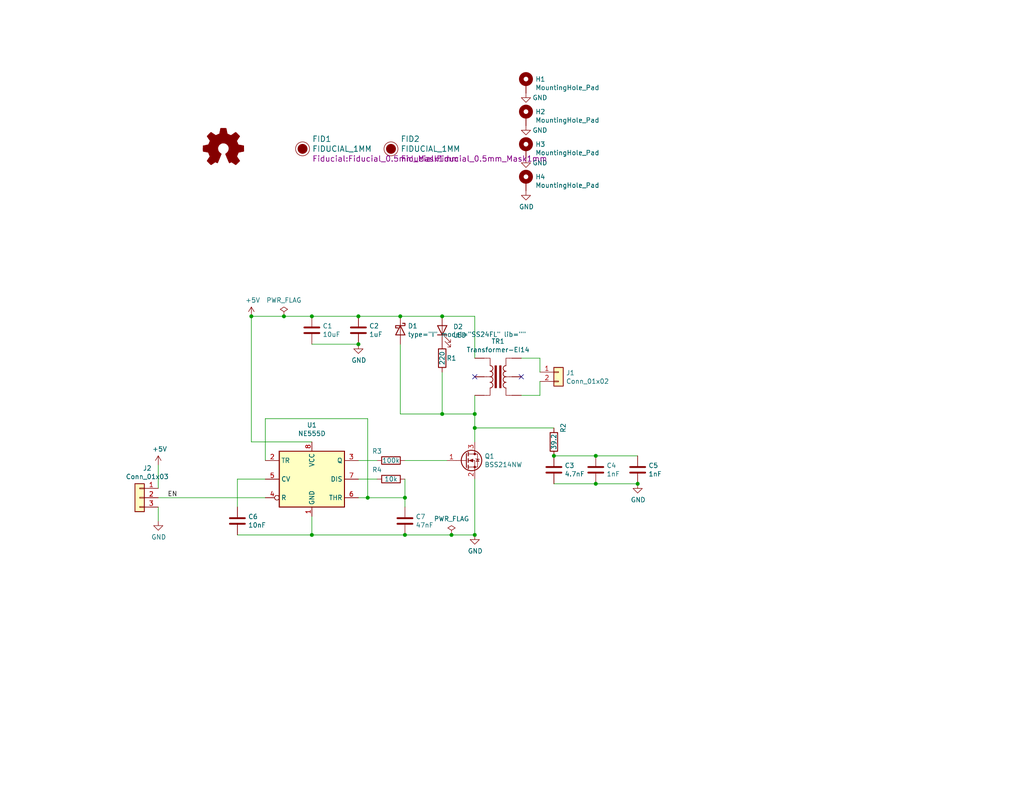
<source format=kicad_sch>
(kicad_sch (version 20230121) (generator eeschema)
  (paper "USLetter")
  (title_block (title "EL Driver") (date "2020-12-26") (rev "2.0.0") (company "Copyright © 2020, Aaron Williams"))
  (lib_symbols
    (symbol "Connector_Generic:Conn_01x02" (pin_names (offset 1.016) hide)
      (property "Reference" "J" (at 0 2.54 0))
      (property "Value" "Conn_01x02" (at 0 -5.08 0))
      (symbol "Conn_01x02_1_1"
        (rectangle (start -1.27 -2.413) (end 0 -2.667) (stroke (width 0.1524)))
        (rectangle (start -1.27 0.127) (end 0 -0.127) (stroke (width 0.1524)))
        (rectangle (start -1.27 1.27) (end 1.27 -3.81) (stroke (width 0.254)) (fill (type background)))
        (pin passive line (at -5.08 0 0) (length 3.81) (name "Pin_1") (number "1"))
        (pin passive line (at -5.08 -2.54 0) (length 3.81) (name "Pin_2") (number "2"))
      )
    )
    (symbol "Connector_Generic:Conn_01x03" (pin_names (offset 1.016) hide)
      (property "Reference" "J" (at 0 5.08 0))
      (property "Value" "Conn_01x03" (at 0 -5.08 0))
      (symbol "Conn_01x03_1_1"
        (rectangle (start -1.27 -2.413) (end 0 -2.667) (stroke (width 0.1524)))
        (rectangle (start -1.27 0.127) (end 0 -0.127) (stroke (width 0.1524)))
        (rectangle (start -1.27 2.667) (end 0 2.413) (stroke (width 0.1524)))
        (rectangle (start -1.27 3.81) (end 1.27 -3.81) (stroke (width 0.254)) (fill (type background)))
        (pin passive line (at -5.08 2.54 0) (length 3.81) (name "Pin_1") (number "1"))
        (pin passive line (at -5.08 0 0) (length 3.81) (name "Pin_2") (number "2"))
        (pin passive line (at -5.08 -2.54 0) (length 3.81) (name "Pin_3") (number "3"))
      )
    )
    (symbol "Device:C" (pin_numbers hide) (pin_names (offset 0.254))
      (property "Reference" "C" (at 0.635 2.54 0))
      (property "Value" "C" (at 0.635 -2.54 0))
      (symbol "C_0_1"
        (polyline (pts (xy -2.032 -0.762) (xy 2.032 -0.762)) (stroke (width 0.508)))
        (polyline (pts (xy -2.032 0.762) (xy 2.032 0.762)) (stroke (width 0.508)))
      )
      (symbol "C_1_1"
        (pin passive line (at 0 3.81 270) (length 2.794) (name "~") (number "1"))
        (pin passive line (at 0 -3.81 90) (length 2.794) (name "~") (number "2"))
      )
    )
    (symbol "Device:LED" (pin_numbers hide) (pin_names (offset 1.016) hide)
      (property "Reference" "D" (at 0 2.54 0))
      (property "Value" "LED" (at 0 -2.54 0))
      (symbol "LED_0_1"
        (polyline (pts (xy -1.27 -1.27) (xy -1.27 1.27)) (stroke (width 0.254)))
        (polyline (pts (xy -1.27 0) (xy 1.27 0)))
        (polyline (pts (xy 1.27 -1.27) (xy 1.27 1.27) (xy -1.27 0) (xy 1.27 -1.27)) (stroke (width 0.254)))
        (polyline (pts (xy -3.048 -0.762) (xy -4.572 -2.286) (xy -3.81 -2.286) (xy -4.572 -2.286) (xy -4.572 -1.524)))
        (polyline (pts (xy -1.778 -0.762) (xy -3.302 -2.286) (xy -2.54 -2.286) (xy -3.302 -2.286) (xy -3.302 -1.524)))
      )
      (symbol "LED_1_1"
        (pin passive line (at -3.81 0 0) (length 2.54) (name "K") (number "1"))
        (pin passive line (at 3.81 0 180) (length 2.54) (name "A") (number "2"))
      )
    )
    (symbol "Device:R" (pin_numbers hide) (pin_names (offset 0))
      (property "Reference" "R" (at 2.032 0 90))
      (property "Value" "R" (at 0 0 90))
      (symbol "R_0_1"
        (rectangle (start -1.016 -2.54) (end 1.016 2.54) (stroke (width 0.254)))
      )
      (symbol "R_1_1"
        (pin passive line (at 0 3.81 270) (length 1.27) (name "~") (number "1"))
        (pin passive line (at 0 -3.81 90) (length 1.27) (name "~") (number "2"))
      )
    )
    (symbol "Graphic:Logo_Open_Hardware_Small" (in_bom no) (on_board no)
      (symbol "Logo_Open_Hardware_Small_0_1"
        (polyline (pts (xy 3.3528 -4.3434) (xy 3.302 -4.318) (xy 3.175 -4.2418) (xy 2.9972 -4.1148) (xy 2.7686 -3.9624) (xy 2.54 -3.81) (xy 2.3622 -3.7084) (xy 2.2352 -3.6068) (xy 2.1844 -3.5814) (xy 2.159 -3.6068) (xy 2.0574 -3.6576) (xy 1.905 -3.7338) (xy 1.8034 -3.7846) (xy 1.6764 -3.8354) (xy 1.6002 -3.8354) (xy 1.6002 -3.8354) (xy 1.5494 -3.7338) (xy 1.4732 -3.5306) (xy 1.3462 -3.302) (xy 1.2446 -3.0226) (xy 1.1176 -2.7178) (xy 0.9652 -2.413) (xy 0.8636 -2.1082) (xy 0.7366 -1.8288) (xy 0.6604 -1.6256) (xy 0.6096 -1.4732) (xy 0.5842 -1.397) (xy 0.5842 -1.397) (xy 0.6604 -1.3208) (xy 0.7874 -1.2446) (xy 1.0414 -1.016) (xy 1.2954 -0.6858) (xy 1.4478 -0.3302) (xy 1.524 0.0762) (xy 1.4732 0.4572) (xy 1.3208 0.8128) (xy 1.0668 1.143) (xy 0.762 1.3716) (xy 0.4064 1.524) (xy 0 1.5748) (xy -0.381 1.5494) (xy -0.7366 1.397) (xy -1.0668 1.143) (xy -1.2192 0.9906) (xy -1.397 0.6604) (xy -1.524 0.3048) (xy -1.524 0.2286) (xy -1.4986 -0.1778) (xy -1.397 -0.5334) (xy -1.1938 -0.8636) (xy -0.9144 -1.143) (xy -0.8636 -1.1684) (xy -0.7366 -1.27) (xy -0.635 -1.3462) (xy -0.5842 -1.397) (xy -1.0668 -2.5908) (xy -1.143 -2.794) (xy -1.2954 -3.1242) (xy -1.397 -3.4036) (xy -1.4986 -3.6322) (xy -1.5748 -3.7846) (xy -1.6002 -3.8354) (xy -1.6002 -3.8354) (xy -1.651 -3.8354) (xy -1.7272 -3.81) (xy -1.905 -3.7338) (xy -2.0066 -3.683) (xy -2.1336 -3.6068) (xy -2.2098 -3.5814) (xy -2.2606 -3.6068) (xy -2.3622 -3.683) (xy -2.54 -3.81) (xy -2.7686 -3.9624) (xy -2.9718 -4.0894) (xy -3.1496 -4.2164) (xy -3.302 -4.318) (xy -3.3528 -4.3434) (xy -3.3782 -4.3434) (xy -3.429 -4.318) (xy -3.5306 -4.2164) (xy -3.7084 -4.064) (xy -3.937 -3.8354) (xy -3.9624 -3.81) (xy -4.1656 -3.6068) (xy -4.318 -3.4544) (xy -4.4196 -3.3274) (xy -4.445 -3.2766) (xy -4.445 -3.2766) (xy -4.4196 -3.2258) (xy -4.318 -3.0734) (xy -4.2164 -2.8956) (xy -4.064 -2.667) (xy -3.6576 -2.0828) (xy -3.8862 -1.5494) (xy -3.937 -1.3716) (xy -4.0386 -1.1684) (xy -4.0894 -1.0414) (xy -4.1148 -0.9652) (xy -4.191 -0.9398) (xy -4.318 -0.9144) (xy -4.5466 -0.8636) (xy -4.8006 -0.8128) (xy -5.0546 -0.7874) (xy -5.2578 -0.7366) (xy -5.4356 -0.7112) (xy -5.5118 -0.6858) (xy -5.5118 -0.6858) (xy -5.5372 -0.635) (xy -5.5372 -0.5588) (xy -5.5372 -0.4318) (xy -5.5626 -0.2286) (xy -5.5626 0.0762) (xy -5.5626 0.127) (xy -5.5372 0.4064) (xy -5.5372 0.635) (xy -5.5372 0.762) (xy -5.5372 0.8382) (xy -5.5372 0.8382) (xy -5.461 0.8382) (xy -5.3086 0.889) (xy -5.08 0.9144) (xy -4.826 0.9652) (xy -4.8006 0.9906) (xy -4.5466 1.0414) (xy -4.318 1.0668) (xy -4.1656 1.1176) (xy -4.0894 1.143) (xy -4.0894 1.143) (xy -4.0386 1.2446) (xy -3.9624 1.4224) (xy -3.8608 1.6256) (xy -3.7846 1.8288) (xy -3.7084 2.0066) (xy -3.6576 2.159) (xy -3.6322 2.2098) (xy -3.6322 2.2098) (xy -3.683 2.286) (xy -3.7592 2.413) (xy -3.8862 2.5908) (xy -4.064 2.8194) (xy -4.064 2.8448) (xy -4.2164 3.0734) (xy -4.3434 3.2512) (xy -4.4196 3.3782) (xy -4.445 3.4544) (xy -4.445 3.4544) (xy -4.3942 3.5052) (xy -4.2926 3.6322) (xy -4.1148 3.81) (xy -3.937 4.0132) (xy -3.8608 4.064) (xy -3.6576 4.2926) (xy -3.5052 4.4196) (xy -3.4036 4.4958) (xy -3.3528 4.5212) (xy -3.3528 4.5212) (xy -3.302 4.4704) (xy -3.1496 4.3688) (xy -2.9718 4.2418) (xy -2.7432 4.0894) (xy -2.7178 4.0894) (xy -2.4892 3.937) (xy -2.3114 3.81) (xy -2.1844 3.7084) (xy -2.1336 3.683) (xy -2.1082 3.683) (xy -2.032 3.7084) (xy -1.8542 3.7592) (xy -1.6764 3.8354) (xy -1.4732 3.937) (xy -1.27 4.0132) (xy -1.143 4.064) (xy -1.0668 4.1148) (xy -1.0668 4.1148) (xy -1.0414 4.191) (xy -1.016 4.3434) (xy -0.9652 4.572) (xy -0.9144 4.8514) (xy -0.889 4.9022) (xy -0.8382 5.1562) (xy -0.8128 5.3848) (xy -0.7874 5.5372) (xy -0.762 5.588) (xy -0.7112 5.6134) (xy -0.5842 5.6134) (xy -0.4064 5.6134) (xy -0.1524 5.6134) (xy 0.0762 5.6134) (xy 0.3302 5.6134) (xy 0.5334 5.6134) (xy 0.6858 5.588) (xy 0.7366 5.588) (xy 0.7366 5.588) (xy 0.762 5.5118) (xy 0.8128 5.334) (xy 0.8382 5.1054) (xy 0.9144 4.826) (xy 0.9144 4.7752) (xy 0.9652 4.5212) (xy 1.016 4.2926) (xy 1.0414 4.1402) (xy 1.0668 4.0894) (xy 1.0668 4.0894) (xy 1.1938 4.0386) (xy 1.3716 3.9624) (xy 1.5748 3.8608) (xy 2.0828 3.6576) (xy 2.7178 4.0894) (xy 2.7686 4.1402) (xy 2.9972 4.2926) (xy 3.175 4.4196) (xy 3.302 4.4958) (xy 3.3782 4.5212) (xy 3.3782 4.5212) (xy 3.429 4.4704) (xy 3.556 4.3434) (xy 3.7338 4.191) (xy 3.9116 3.9878) (xy 4.064 3.8354) (xy 4.2418 3.6576) (xy 4.3434 3.556) (xy 4.4196 3.4798) (xy 4.4196 3.429) (xy 4.4196 3.4036) (xy 4.3942 3.3274) (xy 4.2926 3.2004) (xy 4.1656 2.9972) (xy 4.0132 2.794) (xy 3.8862 2.5908) (xy 3.7592 2.3876) (xy 3.6576 2.2352) (xy 3.6322 2.159) (xy 3.6322 2.1336) (xy 3.683 2.0066) (xy 3.7592 1.8288) (xy 3.8608 1.6002) (xy 4.064 1.1176) (xy 4.3942 1.0414) (xy 4.5974 1.016) (xy 4.8768 0.9652) (xy 5.1308 0.9144) (xy 5.5372 0.8382) (xy 5.5626 -0.6604) (xy 5.4864 -0.6858) (xy 5.4356 -0.6858) (xy 5.2832 -0.7366) (xy 5.0546 -0.762) (xy 4.8006 -0.8128) (xy 4.5974 -0.8636) (xy 4.3688 -0.9144) (xy 4.2164 -0.9398) (xy 4.1402 -0.9398) (xy 4.1148 -0.9652) (xy 4.064 -1.0668) (xy 3.9878 -1.2446) (xy 3.9116 -1.4478) (xy 3.81 -1.651) (xy 3.7338 -1.8542) (xy 3.683 -2.0066) (xy 3.6576 -2.0828) (xy 3.683 -2.1336) (xy 3.7846 -2.2606) (xy 3.8862 -2.4638) (xy 4.0386 -2.667) (xy 4.191 -2.8956) (xy 4.318 -3.0734) (xy 4.3942 -3.2004) (xy 4.445 -3.2766) (xy 4.4196 -3.3274) (xy 4.3434 -3.429) (xy 4.1656 -3.5814) (xy 3.937 -3.8354) (xy 3.8862 -3.8608) (xy 3.683 -4.064) (xy 3.5306 -4.2164) (xy 3.4036 -4.318) (xy 3.3528 -4.3434)) (fill (type outline)))
      )
    )
    (symbol "Mechanical:MountingHole_Pad" (pin_numbers hide) (pin_names (offset 1.016) hide)
      (property "Reference" "H" (at 0 6.35 0))
      (property "Value" "MountingHole_Pad" (at 0 4.445 0))
      (symbol "MountingHole_Pad_0_1"
        (circle (center 0 1.27) (radius 1.27) (stroke (width 1.27)))
      )
      (symbol "MountingHole_Pad_1_1"
        (pin input line (at 0 -2.54 90) (length 2.54) (name "1") (number "1"))
      )
    )
    (symbol "Timer:NE555D"
      (property "Reference" "U" (at -10.16 8.89 0))
      (property "Value" "NE555D" (at 2.54 8.89 0))
      (symbol "NE555D_0_0"
        (pin power_in line (at 0 -10.16 90) (length 2.54) (name "GND") (number "1"))
        (pin power_in line (at 0 10.16 270) (length 2.54) (name "VCC") (number "8"))
      )
      (symbol "NE555D_0_1"
        (rectangle (start -8.89 -7.62) (end 8.89 7.62) (stroke (width 0.254)) (fill (type background)))
        (rectangle (start -8.89 -7.62) (end 8.89 7.62) (stroke (width 0.254)) (fill (type background)))
      )
      (symbol "NE555D_1_1"
        (pin input line (at -12.7 5.08 0) (length 3.81) (name "TR") (number "2"))
        (pin output line (at 12.7 5.08 180) (length 3.81) (name "Q") (number "3"))
        (pin input inverted (at -12.7 -5.08 0) (length 3.81) (name "R") (number "4"))
        (pin input line (at -12.7 0 0) (length 3.81) (name "CV") (number "5"))
        (pin input line (at 12.7 -5.08 180) (length 3.81) (name "THR") (number "6"))
        (pin input line (at 12.7 0 180) (length 3.81) (name "DIS") (number "7"))
      )
    )
    (symbol "Transistor_FET:BSS214NW" (pin_names hide)
      (property "Reference" "Q" (at 5.08 1.905 0))
      (property "Value" "BSS214NW" (at 5.08 0 0))
      (symbol "BSS214NW_0_1"
        (polyline (pts (xy 0.254 0) (xy -2.54 0)))
        (polyline (pts (xy 0.254 1.905) (xy 0.254 -1.905)) (stroke (width 0.254)))
        (polyline (pts (xy 0.762 -1.27) (xy 0.762 -2.286)) (stroke (width 0.254)))
        (polyline (pts (xy 0.762 0.508) (xy 0.762 -0.508)) (stroke (width 0.254)))
        (polyline (pts (xy 0.762 2.286) (xy 0.762 1.27)) (stroke (width 0.254)))
        (polyline (pts (xy 2.54 2.54) (xy 2.54 1.778)))
        (polyline (pts (xy 2.54 -2.54) (xy 2.54 0) (xy 0.762 0)))
        (polyline (pts (xy 0.762 -1.778) (xy 3.302 -1.778) (xy 3.302 1.778) (xy 0.762 1.778)))
        (polyline (pts (xy 1.016 0) (xy 2.032 0.381) (xy 2.032 -0.381) (xy 1.016 0)) (fill (type outline)))
        (polyline (pts (xy 2.794 0.508) (xy 2.921 0.381) (xy 3.683 0.381) (xy 3.81 0.254)))
        (polyline (pts (xy 3.302 0.381) (xy 2.921 -0.254) (xy 3.683 -0.254) (xy 3.302 0.381)))
        (circle (center 1.651 0) (radius 2.794) (stroke (width 0.254)))
        (circle (center 2.54 -1.778) (radius 0.254) (fill (type outline)))
        (circle (center 2.54 1.778) (radius 0.254) (fill (type outline)))
      )
      (symbol "BSS214NW_1_1"
        (pin input line (at -5.08 0 0) (length 2.54) (name "G") (number "1"))
        (pin passive line (at 2.54 -5.08 90) (length 2.54) (name "S") (number "2"))
        (pin passive line (at 2.54 5.08 270) (length 2.54) (name "D") (number "3"))
      )
    )
    (symbol "el-driver-rescue:FIDUCIAL_1MM-fiducial" (pin_names (offset 1.016))
      (property "Reference" "FID" (at 0 3.175 0))
      (property "Value" "fiducial_FIDUCIAL_1MM" (at 0 -3.175 0))
      (symbol "FIDUCIAL_1MM-fiducial_0_1"
        (circle (center 0 0) (radius 1.27) (fill (type outline)))
        (circle (center 0 0) (radius 1.905))
      )
    )
    (symbol "el-driver-rescue:SS24FL-Aaron" (pin_numbers hide) (pin_names (offset 1.016) hide)
      (property "Reference" "D" (at 0 2.54 0))
      (property "Value" "${SIM.PARAMS}" (at 0 -2.54 0))
      (symbol "SS24FL-Aaron_0_1"
        (polyline (pts (xy 1.27 0) (xy -1.27 0)))
        (polyline (pts (xy 1.27 1.27) (xy 1.27 -1.27) (xy -1.27 0) (xy 1.27 1.27)) (stroke (width 0.254)))
        (polyline (pts (xy -1.905 0.635) (xy -1.905 1.27) (xy -1.27 1.27) (xy -1.27 -1.27) (xy -0.635 -1.27) (xy -0.635 -0.635)) (stroke (width 0.254)))
      )
      (symbol "SS24FL-Aaron_1_1"
        (pin passive line (at -3.81 0 0) (length 2.54) (name "K") (number "1"))
        (pin passive line (at 3.81 0 180) (length 2.54) (name "A") (number "2"))
      )
    )
    (symbol "el-driver-rescue:Transformer-EI14-Aaron" (pin_numbers hide) (pin_names (offset 0))
      (property "Reference" "TR" (at 0 6.35 0))
      (property "Value" "Aaron_Transformer-EI14" (at 0 -6.35 0))
      (symbol "Transformer-EI14-Aaron_0_1"
        (arc (start -2.159 -3.048) (mid -1.4003 -2.286) (end -2.159 -1.524) (stroke (width 0.2032)))
        (arc (start -2.159 -1.524) (mid -1.4003 -0.762) (end -2.159 0) (stroke (width 0.2032)))
        (arc (start -2.159 0) (mid -1.4003 0.762) (end -2.159 1.524) (stroke (width 0.2032)))
        (arc (start -2.159 1.524) (mid -1.4003 2.286) (end -2.159 3.048) (stroke (width 0.2032)))
        (rectangle (start -0.889 3.048) (end -0.381 -3.048) (stroke (width 0.0254)) (fill (type outline)))
        (polyline (pts (xy -3.81 0) (xy -3.175 0)))
        (polyline (pts (xy -3.81 5.08) (xy -3.175 5.08)))
        (polyline (pts (xy -3.175 -5.08) (xy -3.81 -5.08)))
        (polyline (pts (xy 3.175 -5.08) (xy 3.81 -5.08)))
        (polyline (pts (xy 3.81 0) (xy 3.175 0)))
        (polyline (pts (xy 3.81 5.08) (xy 3.175 5.08)))
        (polyline (pts (xy -2.159 0) (xy -3.175 0) (xy -3.175 0)) (fill (type outline)))
        (polyline (pts (xy 2.159 0) (xy 3.175 0) (xy 3.175 0)) (fill (type outline)))
        (polyline (pts (xy -3.175 5.08) (xy -2.159 5.08) (xy -2.159 3.048) (xy -2.159 3.048)) (stroke (width 0.1524)))
        (polyline (pts (xy -2.159 -3.048) (xy -2.159 -5.08) (xy -3.175 -5.08) (xy -3.175 -5.08)) (stroke (width 0.1524)))
        (polyline (pts (xy 2.159 3.048) (xy 2.159 5.08) (xy 3.175 5.08) (xy 3.175 5.08)) (stroke (width 0.1524)))
        (polyline (pts (xy 3.175 -5.08) (xy 2.159 -5.08) (xy 2.159 -3.048) (xy 2.159 -3.048)) (stroke (width 0.1524)))
        (arc (start 2.159 -1.524) (mid 1.4003 -2.286) (end 2.159 -3.048) (stroke (width 0.2032)))
        (arc (start 2.159 0) (mid 1.4003 -0.762) (end 2.159 -1.524) (stroke (width 0.2032)))
        (arc (start 2.159 1.524) (mid 1.4003 0.762) (end 2.159 0) (stroke (width 0.2032)))
        (arc (start 2.159 3.048) (mid 1.4003 2.286) (end 2.159 1.524) (stroke (width 0.2032)))
      )
      (symbol "Transformer-EI14-Aaron_1_1"
        (rectangle (start 0.381 3.048) (end 0.889 -3.048) (stroke (width 0.0254)) (fill (type outline)))
        (pin passive line (at -6.35 5.08 0) (length 2.54) (name "~") (number "1"))
        (pin passive line (at -6.35 0 0) (length 2.54) (name "~") (number "2"))
        (pin passive line (at -6.35 -5.08 0) (length 2.54) (name "~") (number "3"))
        (pin passive line (at 6.35 -5.08 180) (length 2.54) (name "~") (number "4"))
        (pin passive line (at 6.35 0 180) (length 2.54) (name "~") (number "5"))
        (pin passive line (at 6.35 5.08 180) (length 2.54) (name "~") (number "6"))
      )
    )
    (symbol "power:+5V" (power) (pin_names (offset 0))
      (property "Value" "+5V" (at 0 3.556 0))
      (symbol "+5V_0_1"
        (polyline (pts (xy -0.762 1.27) (xy 0 2.54)))
        (polyline (pts (xy 0 0) (xy 0 2.54)))
        (polyline (pts (xy 0 2.54) (xy 0.762 1.27)))
      )
      (symbol "+5V_1_1"
        (pin power_in line (at 0 0 90) (length 0) hide (name "+5V") (number "1"))
      )
    )
    (symbol "power:GND" (power) (pin_names (offset 0))
      (property "Value" "GND" (at 0 -3.81 0))
      (symbol "GND_0_1"
        (polyline (pts (xy 0 0) (xy 0 -1.27) (xy 1.27 -1.27) (xy 0 -2.54) (xy -1.27 -1.27) (xy 0 -1.27)))
      )
      (symbol "GND_1_1"
        (pin power_in line (at 0 0 270) (length 0) hide (name "GND") (number "1"))
      )
    )
    (symbol "power:PWR_FLAG" (power) (pin_numbers hide) (pin_names (offset 0) hide)
      (property "Value" "PWR_FLAG" (at 0 3.81 0))
      (symbol "PWR_FLAG_0_0"
        (pin power_out line (at 0 0 90) (length 0) (name "pwr") (number "1"))
      )
      (symbol "PWR_FLAG_0_1"
        (polyline (pts (xy 0 0) (xy 0 1.27) (xy -1.016 1.905) (xy 0 2.54) (xy 1.016 1.905) (xy 0 1.27)))
      )
    )
  )
  (junction (at 85.09 146.05))
  (junction (at 97.79 93.98))
  (junction (at 173.99 132.08))
  (junction (at 120.65 113.03))
  (junction (at 162.56 132.08))
  (junction (at 123.19 146.05))
  (junction (at 100.33 135.89))
  (junction (at 77.47 86.36))
  (junction (at 68.58 86.36))
  (junction (at 110.49 146.05))
  (junction (at 162.56 124.46))
  (junction (at 129.54 113.03))
  (junction (at 110.49 135.89))
  (junction (at 97.79 86.36))
  (junction (at 129.54 146.05))
  (junction (at 85.09 86.36))
  (junction (at 120.65 86.36))
  (junction (at 151.13 124.46))
  (junction (at 109.22 86.36))
  (junction (at 129.54 116.84))
  (no_connect (at 142.24 102.87))
  (no_connect (at 129.54 102.87))
  (wire (pts (xy 123.19 146.05) (xy 129.54 146.05)))
  (wire (pts (xy 97.79 86.36) (xy 85.09 86.36)))
  (wire (pts (xy 109.22 86.36) (xy 120.65 86.36)))
  (wire (pts (xy 110.49 130.81) (xy 110.49 135.89)))
  (wire (pts (xy 85.09 120.65) (xy 68.58 120.65)))
  (wire (pts (xy 151.13 124.46) (xy 162.56 124.46)))
  (wire (pts (xy 109.22 93.98) (xy 109.22 113.03)))
  (wire (pts (xy 151.13 116.84) (xy 129.54 116.84)))
  (wire (pts (xy 129.54 97.79) (xy 129.54 86.36)))
  (wire (pts (xy 147.32 97.79) (xy 142.24 97.79)))
  (wire (pts (xy 129.54 146.05) (xy 129.54 130.81)))
  (wire (pts (xy 43.18 135.89) (xy 72.39 135.89)))
  (wire (pts (xy 72.39 114.3) (xy 72.39 125.73)))
  (wire (pts (xy 151.13 132.08) (xy 162.56 132.08)))
  (wire (pts (xy 109.22 113.03) (xy 120.65 113.03)))
  (wire (pts (xy 43.18 142.24) (xy 43.18 138.43)))
  (wire (pts (xy 110.49 135.89) (xy 100.33 135.89)))
  (wire (pts (xy 147.32 104.14) (xy 147.32 107.95)))
  (wire (pts (xy 77.47 86.36) (xy 68.58 86.36)))
  (wire (pts (xy 129.54 116.84) (xy 129.54 113.03)))
  (wire (pts (xy 110.49 146.05) (xy 123.19 146.05)))
  (wire (pts (xy 68.58 86.36) (xy 68.58 120.65)))
  (wire (pts (xy 72.39 130.81) (xy 64.77 130.81)))
  (wire (pts (xy 100.33 135.89) (xy 97.79 135.89)))
  (wire (pts (xy 85.09 146.05) (xy 64.77 146.05)))
  (wire (pts (xy 129.54 116.84) (xy 129.54 120.65)))
  (wire (pts (xy 110.49 146.05) (xy 85.09 146.05)))
  (wire (pts (xy 85.09 146.05) (xy 85.09 140.97)))
  (wire (pts (xy 102.87 125.73) (xy 97.79 125.73)))
  (wire (pts (xy 85.09 86.36) (xy 77.47 86.36)))
  (wire (pts (xy 97.79 86.36) (xy 109.22 86.36)))
  (wire (pts (xy 147.32 107.95) (xy 142.24 107.95)))
  (wire (pts (xy 120.65 113.03) (xy 129.54 113.03)))
  (wire (pts (xy 100.33 135.89) (xy 100.33 114.3)))
  (wire (pts (xy 110.49 125.73) (xy 121.92 125.73)))
  (wire (pts (xy 64.77 130.81) (xy 64.77 138.43)))
  (wire (pts (xy 110.49 138.43) (xy 110.49 135.89)))
  (wire (pts (xy 129.54 113.03) (xy 129.54 107.95)))
  (wire (pts (xy 162.56 124.46) (xy 173.99 124.46)))
  (wire (pts (xy 100.33 114.3) (xy 72.39 114.3)))
  (wire (pts (xy 120.65 101.6) (xy 120.65 113.03)))
  (wire (pts (xy 43.18 133.35) (xy 43.18 127)))
  (wire (pts (xy 97.79 93.98) (xy 85.09 93.98)))
  (wire (pts (xy 147.32 101.6) (xy 147.32 97.79)))
  (wire (pts (xy 102.87 130.81) (xy 97.79 130.81)))
  (wire (pts (xy 162.56 132.08) (xy 173.99 132.08)))
  (wire (pts (xy 120.65 86.36) (xy 129.54 86.36)))
  (label "EN" (at 45.72 135.89 0))
  (symbol (lib_id "Timer:NE555D") (at 85.09 130.81 0) (unit 1)
    (property "Reference" "U1" (at 85.09 116.0526 0))
    (property "Value" "NE555D" (at 85.09 118.364 0))
    (property "Footprint" "Package_SO:SOIC-8_3.9x4.9mm_P1.27mm" (effects hide))
    (property "Datasheet" "http://www.ti.com/lit/ds/symlink/ne555.pdf" (effects hide))
    (property "MFR" "Texas Instruments" (effects hide))
    (property "MPN" "NE555D" (effects hide))
    (property "SPR" "Digikey" (effects hide))
    (property "SPN" "296-16792-ND" (effects hide))
    (property "SPURL" "https://www.digikey.com/en/products/detail/texas-instruments/NE555D/280641" (effects hide))
    (property "DESC" "555 Type, Timer/Oscillator (Single) IC 100kHz 8-SOIC" (effects hide))
  )
  (symbol (lib_id "Device:R") (at 106.68 130.81 90) (unit 1)
    (property "Reference" "R4" (at 102.87 128.27 90))
    (property "Value" "10k" (at 106.68 130.81 90))
    (property "Footprint" "Resistor_SMD:R_0603_1608Metric" (effects hide))
    (property "Datasheet" "http://www.koaspeer.com/pdfs/RK73H.pdf" (effects hide))
    (property "MFR" "KOA Speer Electronics, Inc." (effects hide))
    (property "MPN" "RK73H1JTTD1002F" (effects hide))
    (property "SPR" "Digikey" (effects hide))
    (property "SPN" "2019-RK73H1JTTD1002FCT-ND" (effects hide))
    (property "SPURL" "https://www.digikey.com/en/products/detail/koa-speer-electronics-inc/RK73H1JTTD1002F/9844954" (effects hide))
    (property "DESC" "10 kOhms ±1% 0.1W, 1/10W Chip Resistor 0603 (1608 Metric) Automotive AEC-Q200, Moisture Resistant Thick Film" (effects hide))
  )
  (symbol (lib_id "Device:C") (at 110.49 142.24 0) (unit 1)
    (property "Reference" "C7" (at 113.411 141.0716 0) (effects (justify left)))
    (property "Value" "47nF" (at 113.411 143.383 0) (effects (justify left)))
    (property "Footprint" "Capacitor_SMD:C_0603_1608Metric" (effects hide))
    (property "MFR" "-" (effects hide))
    (property "MPN" "-" (effects hide))
    (property "SPR" "-" (effects hide))
    (property "SPN" "-" (effects hide))
    (property "SPURL" "-" (effects hide))
    (property "DESC" "-" (effects hide))
  )
  (symbol (lib_id "Device:C") (at 64.77 142.24 0) (unit 1)
    (property "Reference" "C6" (at 67.691 141.0716 0) (effects (justify left)))
    (property "Value" "10nF" (at 67.691 143.383 0) (effects (justify left)))
    (property "Footprint" "Capacitor_SMD:C_0603_1608Metric" (effects hide))
    (property "Datasheet" "https://media.digikey.com/pdf/Data%20Sheets/Samsung%20PDFs/CL10B103KB8NNNC_Spec.pdf" (effects hide))
    (property "MFR" "Samsung Electro-Mechanics" (effects hide))
    (property "MPN" "CL10B103KB8NNNC" (effects hide))
    (property "SPR" "Digikey" (effects hide))
    (property "SPN" "1276-1009-1-ND" (effects hide))
    (property "SPURL" "https://www.digikey.com/en/products/detail/samsung-electro-mechanics/CL10B103KB8NNNC/3886667" (effects hide))
    (property "DESC" "10000pF ±10% 50V Ceramic Capacitor X7R 0603 (1608 Metric)" (effects hide))
  )
  (symbol (lib_id "power:GND") (at 129.54 146.05 0) (unit 1)
    (property "Reference" "#PWR010" (effects hide))
    (property "Value" "GND" (at 129.667 150.4442 0))
  )
  (symbol (lib_id "Transistor_FET:BSS214NW") (at 127 125.73 0) (unit 1)
    (property "Reference" "Q1" (at 132.1816 124.5616 0) (effects (justify left)))
    (property "Value" "BSS214NW" (at 132.1816 126.873 0) (effects (justify left)))
    (property "Footprint" "Package_TO_SOT_SMD:SOT-323_SC-70" (effects hide))
    (property "Datasheet" "https://www.infineon.com/dgdl/Infineon-BSS214NW-DS-v02_02-en.pdf?fileId=db3a30431b3e89eb011b695aebc01bde" (effects hide))
    (property "MFR" "Infineon" (effects hide))
    (property "MPN" "BSS214NWH6327XTSA1" (effects hide))
    (property "SPR" "Digikey" (effects hide))
    (property "SPN" "BSS214NWH6327XTSA1CT-ND" (effects hide))
    (property "SPURL" "https://www.digikey.com/en/products/detail/infineon-technologies/BSS214NWH6327XTSA1/5959965" (effects hide))
    (property "DESC" "N-Channel 20V 1.5A (Ta) 500mW (Ta) Surface Mount PG-SOT323-3" (effects hide))
  )
  (symbol (lib_id "Device:R") (at 106.68 125.73 90) (unit 1)
    (property "Reference" "R3" (at 102.87 123.19 90))
    (property "Value" "100k" (at 106.68 125.73 90))
    (property "Footprint" "Resistor_SMD:R_0603_1608Metric" (effects hide))
    (property "MFR" "TE" (effects hide))
    (property "MPN" "CRG0603F100K" (effects hide))
    (property "SPR" "Digikey" (effects hide))
    (property "SPN" "A106046CT-ND" (effects hide))
    (property "SPURL" "-" (effects hide))
    (property "DESC" "-" (effects hide))
  )
  (symbol (lib_id "Connector_Generic:Conn_01x03") (at 38.1 135.89 0) (mirror y) (unit 1)
    (property "Reference" "J2" (at 40.1828 127.8382 0))
    (property "Value" "Conn_01x03" (at 40.1828 130.1496 0))
    (property "Footprint" "Connector_JST:JST_PH_B3B-PH-K_1x03_P2.00mm_Vertical" (effects hide))
    (property "Datasheet" "http://www.jst-mfg.com/product/pdf/eng/ePH.pdf" (effects hide))
    (property "MFR" "JST Sales America Inc." (effects hide))
    (property "MPN" "B3B-PH-K-S(LF)(SN)" (effects hide))
    (property "SPR" "Digikey" (effects hide))
    (property "SPN" "455-1705-ND" (effects hide))
    (property "SPURL" "https://www.digikey.com/en/products/detail/jst-sales-america-inc/B3B-PH-K-S-LF-SN/926612" (effects hide))
    (property "DESC" "Connector Header Through Hole 3 position 0.079 (2.00mm)" (effects hide))
  )
  (symbol (lib_id "el-driver-rescue:SS24FL-Aaron") (at 109.22 90.17 270) (unit 1)
    (property "Reference" "D1" (at 111.252 89.0016 90) (effects (justify left)))
    (property "Value" "SS24FL" (at 111.252 91.313 90) (effects (justify left)))
    (property "Footprint" "Diode_SMD:D_SOD-123" (effects hide))
    (property "Datasheet" "https://www.onsemi.com/pub/Collateral/SS26FL-D.PDF" (effects hide))
    (property "MPN" "SS24FL" (effects hide))
    (property "Desc" "Diode Schottky 40V 2A Surface Mount SOD-123F" (effects hide))
    (property "Spice_Primitive" "I" (effects hide))
    (property "Spice_Netlist_Enabled" "Y" (effects hide))
    (property "MFR" "ON Semiconductor" (effects hide))
    (property "SPR" "Digikey" (effects hide))
    (property "SPN" "SS24FLCT-ND" (effects hide))
    (property "SPURL" "https://www.digikey.com/en/products/detail/on-semiconductor/SS24FL/5305066?s=N4IgTCBcDaIMpzAFgGIBkQF0C%2BQ" (effects hide))
    (property "DESC" "Diode Schottky 40V 2A Surface Mount SOD-123F" (effects hide))
  )
  (symbol (lib_id "power:+5V") (at 43.18 127 0) (unit 1)
    (property "Reference" "#PWR07" (effects hide))
    (property "Value" "+5V" (at 43.561 122.6058 0))
  )
  (symbol (lib_id "power:GND") (at 43.18 142.24 0) (unit 1)
    (property "Reference" "#PWR09" (effects hide))
    (property "Value" "GND" (at 43.307 146.6342 0))
  )
  (symbol (lib_id "Device:R") (at 151.13 120.65 0) (unit 1)
    (property "Reference" "R2" (at 153.67 116.84 90))
    (property "Value" "39.2" (at 151.13 120.65 90))
    (property "Footprint" "Resistor_SMD:R_0603_1608Metric" (effects hide))
    (property "Datasheet" "RES 39.2 OHM 1% 1/10W 0603" (effects hide))
    (property "MFR" "Stackpole Electronics Inc" (effects hide))
    (property "MPN" "RMCF0603FT39R2" (effects hide))
    (property "SPR" "Digikey" (effects hide))
    (property "SPN" "RMCF0603FT39R2CT-ND" (effects hide))
    (property "SPURL" "https://www.digikey.com/en/products/detail/stackpole-electronics-inc/RMCF0603FT39R2/1713978" (effects hide))
    (property "DESC" "RES 39.2 OHM 1% 1/10W 0603" (effects hide))
  )
  (symbol (lib_id "Connector_Generic:Conn_01x02") (at 152.4 101.6 0) (unit 1)
    (property "Reference" "J1" (at 154.432 101.8032 0) (effects (justify left)))
    (property "Value" "Conn_01x02" (at 154.432 104.1146 0) (effects (justify left)))
    (property "Footprint" "Connector_JST:JST_PH_B2B-PH-K_1x02_P2.00mm_Vertical" (effects hide))
    (property "Datasheet" "http://www.jst-mfg.com/product/pdf/eng/ePH.pdf" (effects hide))
    (property "MFR" "JST" (effects hide))
    (property "MPN" "B2B-PH-K-S(LF)(SN)" (effects hide))
    (property "SPR" "Digikey" (effects hide))
    (property "SPN" "455-1704-ND" (effects hide))
    (property "SPURL" "https://www.digikey.com/en/products/detail/jst-sales-america-inc/B2B-PH-K-S-LF-SN/926611" (effects hide))
    (property "DESC" "Connector Header Through Hole 2 position 0.079\" (2.00mm)" (effects hide))
  )
  (symbol (lib_id "Device:C") (at 151.13 128.27 0) (unit 1)
    (property "Reference" "C3" (at 154.051 127.1016 0) (effects (justify left)))
    (property "Value" "4.7nF" (at 154.051 129.413 0) (effects (justify left)))
    (property "Footprint" "Capacitor_SMD:C_0603_1608Metric" (effects hide))
    (property "Datasheet" "https://media.digikey.com/pdf/Data%20Sheets/Samsung%20PDFs/CL_Series_MLCC_ds.pdf" (effects hide))
    (property "MFR" "Samsung Electro-Mechanics" (effects hide))
    (property "MPN" "CL10B472KB8NNNC" (effects hide))
    (property "SPR" "Digikey" (effects hide))
    (property "SPN" "1276-1098-1-ND" (effects hide))
    (property "SPURL" "https://www.digikey.com/en/products/detail/samsung-electro-mechanics/CL10B472KB8NNNC/3886756" (effects hide))
    (property "DESC" "4700pF ±10% 50V Ceramic Capacitor X7R 0603 (1608 Metric)" (effects hide))
  )
  (symbol (lib_id "Device:C") (at 162.56 128.27 0) (unit 1)
    (property "Reference" "C4" (at 165.481 127.1016 0) (effects (justify left)))
    (property "Value" "1nF" (at 165.481 129.413 0) (effects (justify left)))
    (property "Footprint" "Capacitor_SMD:C_0603_1608Metric" (effects hide))
    (property "Datasheet" "https://media.digikey.com/pdf/Data%20Sheets/Samsung%20PDFs/CL10B103KB8NNNC_Spec.pdf" (effects hide))
    (property "MFR" "Samsung Electro-Mechanics" (effects hide))
    (property "MPN" "CL10B103KB8NNNC" (effects hide))
    (property "SPR" "Digikey" (effects hide))
    (property "SPN" "1276-1009-2-ND" (effects hide))
    (property "SPURL" "https://www.digikey.com/en/products/detail/samsung-electro-mechanics/CL10B103KB8NNNC/3886667" (effects hide))
    (property "DESC" "CAP CER 10000PF 50V X7R 0603" (effects hide))
  )
  (symbol (lib_id "Device:C") (at 173.99 128.27 0) (unit 1)
    (property "Reference" "C5" (at 176.911 127.1016 0) (effects (justify left)))
    (property "Value" "1nF" (at 176.911 129.413 0) (effects (justify left)))
    (property "Footprint" "Capacitor_SMD:C_0603_1608Metric" (effects hide))
    (property "Datasheet" "https://media.digikey.com/pdf/Data%20Sheets/Samsung%20PDFs/CL10B103KB8NNNC_Spec.pdf" (effects hide))
    (property "MFR" "Samsung Electro-Mechanics" (effects hide))
    (property "MPN" "CL10B103KB8NNNC" (effects hide))
    (property "SPR" "Digikey" (effects hide))
    (property "SPN" "1276-1009-2-ND" (effects hide))
    (property "SPURL" "https://www.digikey.com/en/products/detail/samsung-electro-mechanics/CL10B103KB8NNNC/3886667" (effects hide))
    (property "DESC" "CAP CER 10000PF 50V X7R 0603" (effects hide))
  )
  (symbol (lib_id "power:GND") (at 173.99 132.08 0) (unit 1)
    (property "Reference" "#PWR08" (effects hide))
    (property "Value" "GND" (at 174.117 136.4742 0))
  )
  (symbol (lib_id "el-driver-rescue:FIDUCIAL_1MM-fiducial") (at 82.55 40.64 0) (unit 1)
    (property "Reference" "FID1" (at 85.1662 37.9476 0) (effects (font (size 1.524 1.524)) (justify left)))
    (property "Value" "FIDUCIAL_1MM" (at 85.1662 40.64 0) (effects (font (size 1.524 1.524)) (justify left)))
    (property "Footprint" "Fiducial:Fiducial_0.5mm_Mask1mm" (at 85.1662 43.3324 0) (effects (font (size 1.524 1.524)) (justify left)))
  )
  (symbol (lib_id "el-driver-rescue:FIDUCIAL_1MM-fiducial") (at 106.68 40.64 0) (unit 1)
    (property "Reference" "FID2" (at 109.2962 37.9476 0) (effects (font (size 1.524 1.524)) (justify left)))
    (property "Value" "FIDUCIAL_1MM" (at 109.2962 40.64 0) (effects (font (size 1.524 1.524)) (justify left)))
    (property "Footprint" "Fiducial:Fiducial_0.5mm_Mask1mm" (at 109.2962 43.3324 0) (effects (font (size 1.524 1.524)) (justify left)))
  )
  (symbol (lib_id "Device:C") (at 85.09 90.17 0) (unit 1)
    (property "Reference" "C1" (at 88.011 89.0016 0) (effects (justify left)))
    (property "Value" "10uF" (at 88.011 91.313 0) (effects (justify left)))
    (property "Footprint" "Capacitor_SMD:C_0603_1608Metric" (effects hide))
    (property "MFR" "Murata Electronics" (effects hide))
    (property "MPN" "GRT188R61E106ME13D" (effects hide))
    (property "SPR" "Digikey" (effects hide))
    (property "SPN" "490-12323-1-ND" (effects hide))
    (property "SPURL" "-" (effects hide))
    (property "DESC" "-" (effects hide))
  )
  (symbol (lib_id "Device:C") (at 97.79 90.17 0) (unit 1)
    (property "Reference" "C2" (at 100.711 89.0016 0) (effects (justify left)))
    (property "Value" "1uF" (at 100.711 91.313 0) (effects (justify left)))
    (property "Footprint" "Capacitor_SMD:C_0603_1608Metric" (effects hide))
    (property "Datasheet" "http://www.samsungsem.com/kr/support/product-search/mlcc/CL10B105KP8NNNC.jsp" (effects hide))
    (property "MFR" "Samsung" (effects hide))
    (property "MPN" "CL10B105KP8NNNC" (effects hide))
    (property "SPR" "Digikey" (effects hide))
    (property "SPN" "1276-1946-1-ND" (effects hide))
    (property "SPURL" "https://www.digikey.com/en/products/detail/samsung-electro-mechanics/CL10B105KP8NNNC/3887604?s=N4IgTCBcDaIMIBkCMAGAQqgrAaQAoA4A5YuEAXQF8g" (effects hide))
    (property "DESC" "1µF ±10% 10V Ceramic Capacitor X7R 0603 (1608 Metric)" (effects hide))
  )
  (symbol (lib_id "Graphic:Logo_Open_Hardware_Small") (at 60.96 40.64 0) (unit 1)
    (property "Reference" "#LOGO1" (effects hide))
    (property "Value" "Logo_Open_Hardware_Small" (effects hide))
    (property "Footprint" "Symbol:OSHW-Logo_7.5x8mm_SilkScreen" (effects hide))
  )
  (symbol (lib_id "power:GND") (at 97.79 93.98 0) (unit 1)
    (property "Reference" "#PWR06" (effects hide))
    (property "Value" "GND" (at 97.917 98.3742 0))
  )
  (symbol (lib_id "Mechanical:MountingHole_Pad") (at 143.51 40.64 0) (unit 1)
    (property "Reference" "H3" (at 146.05 39.3954 0) (effects (justify left)))
    (property "Value" "MountingHole_Pad" (at 146.05 41.7068 0) (effects (justify left)))
    (property "Footprint" "MountingHole:MountingHole_2.2mm_M2_ISO7380_Pad" (effects hide))
  )
  (symbol (lib_id "Mechanical:MountingHole_Pad") (at 143.51 49.53 0) (unit 1)
    (property "Reference" "H4" (at 146.05 48.2854 0) (effects (justify left)))
    (property "Value" "MountingHole_Pad" (at 146.05 50.5968 0) (effects (justify left)))
    (property "Footprint" "MountingHole:MountingHole_2.2mm_M2_ISO7380_Pad" (effects hide))
  )
  (symbol (lib_id "Mechanical:MountingHole_Pad") (at 143.51 31.75 0) (unit 1)
    (property "Reference" "H2" (at 146.05 30.5054 0) (effects (justify left)))
    (property "Value" "MountingHole_Pad" (at 146.05 32.8168 0) (effects (justify left)))
    (property "Footprint" "MountingHole:MountingHole_2.2mm_M2_ISO7380_Pad" (effects hide))
  )
  (symbol (lib_id "Mechanical:MountingHole_Pad") (at 143.51 22.86 0) (unit 1)
    (property "Reference" "H1" (at 146.05 21.6154 0) (effects (justify left)))
    (property "Value" "MountingHole_Pad" (at 146.05 23.9268 0) (effects (justify left)))
    (property "Footprint" "MountingHole:MountingHole_2.2mm_M2_ISO7380_Pad" (effects hide))
  )
  (symbol (lib_id "power:GND") (at 143.51 52.07 0) (unit 1)
    (property "Reference" "#PWR04" (effects hide))
    (property "Value" "GND" (at 143.637 56.4642 0))
  )
  (symbol (lib_id "power:GND") (at 143.51 43.18 0) (unit 1)
    (property "Reference" "#PWR03" (effects hide))
    (property "Value" "GND" (at 147.32 44.45 0))
  )
  (symbol (lib_id "power:GND") (at 143.51 34.29 0) (unit 1)
    (property "Reference" "#PWR02" (effects hide))
    (property "Value" "GND" (at 147.32 35.56 0))
  )
  (symbol (lib_id "power:GND") (at 143.51 25.4 0) (unit 1)
    (property "Reference" "#PWR01" (effects hide))
    (property "Value" "GND" (at 147.32 26.67 0))
  )
  (symbol (lib_id "el-driver-rescue:Transformer-EI14-Aaron") (at 135.89 102.87 0) (mirror x) (unit 1)
    (property "Reference" "TR1" (at 135.89 93.1926 0))
    (property "Value" "Transformer-EI14" (at 135.89 95.504 0))
    (property "Footprint" "Aaron:Transformer_42XL_EI-14" (effects hide))
  )
  (symbol (lib_id "power:+5V") (at 68.58 86.36 0) (unit 1)
    (property "Reference" "#PWR05" (effects hide))
    (property "Value" "+5V" (at 68.961 81.9658 0))
  )
  (symbol (lib_id "power:PWR_FLAG") (at 77.47 86.36 0) (unit 1)
    (property "Reference" "#FLG01" (effects hide))
    (property "Value" "PWR_FLAG" (at 77.47 81.9658 0))
  )
  (symbol (lib_id "power:PWR_FLAG") (at 123.19 146.05 0) (unit 1)
    (property "Reference" "#FLG02" (effects hide))
    (property "Value" "PWR_FLAG" (at 123.19 141.6558 0))
  )
  (symbol (lib_id "Device:LED") (at 120.65 90.17 90) (unit 1)
    (property "Reference" "D2" (at 123.6472 89.1794 90) (effects (justify right)))
    (property "Value" "LED" (at 123.6472 91.4908 90) (effects (justify right)))
    (property "Footprint" "LED_SMD:LED_0603_1608Metric" (effects hide))
    (property "Datasheet" "https://katalog.we-online.de/pbs/datasheet/150060GS55040.pdf" (effects hide))
    (property "MFR" "Würth Elektronik" (effects hide))
    (property "MPN" "150060GS55040" (effects hide))
    (property "SPR" "Digikey" (effects hide))
    (property "SPN" "732-12014-1-ND" (effects hide))
    (property "SPURL" "https://www.digikey.com/en/products/detail/w%C3%BCrth-elektronik/150060GS55040/8557179" (effects hide))
    (property "DESC" "Green 525nm LED Indication - Discrete 3.2V 0603 (1608 Metric)" (effects hide))
  )
  (symbol (lib_id "Device:R") (at 120.65 97.79 0) (unit 1)
    (property "Reference" "R1" (at 123.19 97.79 0))
    (property "Value" "220" (at 120.65 97.79 90))
    (property "Footprint" "Resistor_SMD:R_0603_1608Metric" (effects hide))
    (property "Datasheet" "https://www.yageo.com/upload/media/product/productsearch/datasheet/rchip/PYu-RC_Group_51_RoHS_L_11.pdf" (effects hide))
    (property "MFR" "Yageo" (effects hide))
    (property "MPN" "RC0603FR-07220RL" (effects hide))
    (property "SPR" "Digikey" (effects hide))
    (property "SPN" "311-220HRCT-ND" (effects hide))
    (property "SPURL" "https://www.digikey.com/en/products/detail/yageo/RC0603FR-07220RL/727061" (effects hide))
    (property "DESC" "RES SMD 220 OHM 1% 1/10W 0603" (effects hide))
  )
)
</source>
